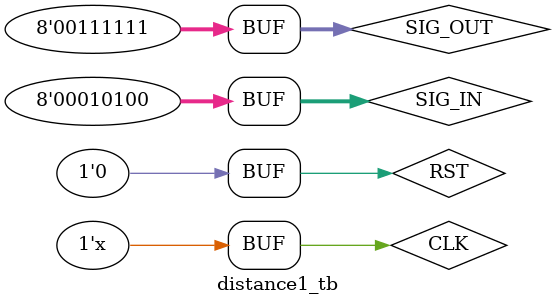
<source format=v>
`timescale 1ns / 1ps


module distance1_tb;

	// Inputs
	reg CLK;
	reg RST;
	reg [7:0] SIG_IN;
	reg [7:0] SIG_OUT;

	// Outputs
	wire [7:0] NUMBER;
	wire [7:0] RED_SIG;

	// Instantiate the Unit Under Test (UUT)
	distance1 uut (
		.CLK(CLK), 
		.RST(RST), 
		.SIG_IN(SIG_IN), 
		.SIG_OUT(SIG_OUT), 
		.NUMBER(NUMBER),
		.RED_SIG(RED_SIG)
	);

	initial begin
		// Initialize Inputs
		CLK = 0;
		RST = 0;
		SIG_IN = 0;
		SIG_OUT = 0;

		// Wait 100 ns for global reset to finish
		#100;
        
      RST = 1;
		SIG_IN = 54;
		SIG_OUT = 22;
		#100;
        
		  RST =0;
		  SIG_IN = 235;
		SIG_OUT = 43;
		#100;
		
		 RST =0;
		  SIG_IN = 35;
		SIG_OUT = 53;
		#100;
		
		
		 RST =0;
		  SIG_IN = 64;
		SIG_OUT = 84;
		#100;
		
		RST =0;
		 SIG_IN = 20;
		SIG_OUT = 63;
		#100;
		
		
		
	end
	
	always 
	begin
	 #10 ;  CLK = ~CLK;
	end
      	
	
endmodule


</source>
